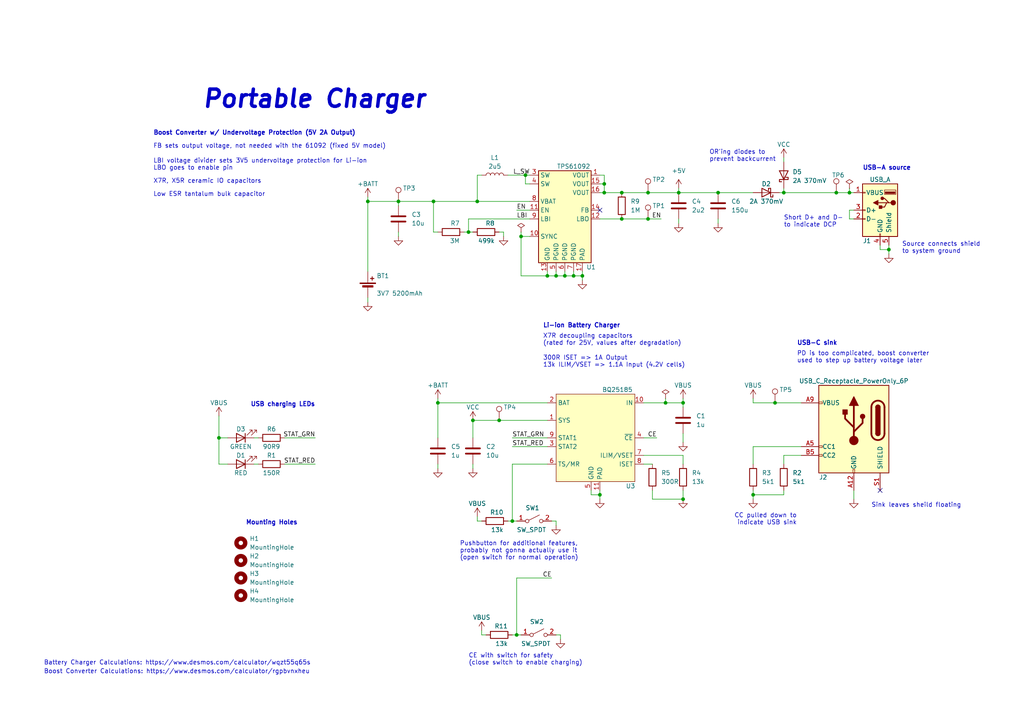
<source format=kicad_sch>
(kicad_sch (version 20230121) (generator eeschema)
  (paper "A4")
  (title_block (title "Portable Charger") (date "2024-03-24") (rev "1.0") (company "Isaac Longo"))
  (lib_symbols
    (symbol "Connector:TestPoint" (pin_numbers hide) (pin_names (offset 0.762) hide)
      (property "Reference" "TP" (at 0 6.858 0))
      (property "Value" "TestPoint" (at 0 5.08 0))
      (symbol "TestPoint_0_1"
        (circle (center 0 3.302) (radius 0.762))
      )
      (symbol "TestPoint_1_1"
        (pin passive line (at 0 0 90) (length 2.54) (name "1") (number "1"))
      )
    )
    (symbol "Connector:USB_A" (pin_names (offset 1.016))
      (property "Reference" "J" (at -5.08 11.43 0))
      (property "Value" "USB_A" (at -5.08 8.89 0))
      (symbol "USB_A_0_1"
        (rectangle (start -5.08 -7.62) (end 5.08 7.62) (stroke (width 0.254)) (fill (type background)))
        (circle (center -3.81 2.159) (radius 0.635) (stroke (width 0.254)) (fill (type outline)))
        (rectangle (start -1.524 4.826) (end -4.318 5.334) (fill (type outline)))
        (rectangle (start -1.27 4.572) (end -4.572 5.842))
        (circle (center -0.635 3.429) (radius 0.381) (stroke (width 0.254)) (fill (type outline)))
        (rectangle (start -0.127 -7.62) (end 0.127 -6.858))
        (polyline (pts (xy -3.175 2.159) (xy -2.54 2.159) (xy -1.27 3.429) (xy -0.635 3.429)) (stroke (width 0.254)))
        (polyline (pts (xy -2.54 2.159) (xy -1.905 2.159) (xy -1.27 0.889) (xy 0 0.889)) (stroke (width 0.254)))
        (polyline (pts (xy 0.635 2.794) (xy 0.635 1.524) (xy 1.905 2.159) (xy 0.635 2.794)) (stroke (width 0.254)) (fill (type outline)))
        (rectangle (start 0.254 1.27) (end -0.508 0.508) (stroke (width 0.254)) (fill (type outline)))
        (rectangle (start 5.08 -2.667) (end 4.318 -2.413))
        (rectangle (start 5.08 -0.127) (end 4.318 0.127))
        (rectangle (start 5.08 4.953) (end 4.318 5.207))
      )
      (symbol "USB_A_1_1"
        (polyline (pts (xy -1.905 2.159) (xy 0.635 2.159)) (stroke (width 0.254)))
        (pin power_in line (at 7.62 5.08 180) (length 2.54) (name "VBUS") (number "1"))
        (pin bidirectional line (at 7.62 -2.54 180) (length 2.54) (name "D-") (number "2"))
        (pin bidirectional line (at 7.62 0 180) (length 2.54) (name "D+") (number "3"))
        (pin power_in line (at 0 -10.16 90) (length 2.54) (name "GND") (number "4"))
        (pin passive line (at -2.54 -10.16 90) (length 2.54) (name "Shield") (number "5"))
      )
    )
    (symbol "Connector:USB_C_Receptacle_PowerOnly_6P" (pin_names (offset 1.016))
      (property "Reference" "J" (at 0 16.51 0))
      (property "Value" "USB_C_Receptacle_PowerOnly_6P" (at 0 13.97 0))
      (symbol "USB_C_Receptacle_PowerOnly_6P_0_0"
        (rectangle (start -0.254 -12.7) (end 0.254 -11.684))
        (rectangle (start 10.16 -7.366) (end 9.144 -7.874))
        (rectangle (start 10.16 -4.826) (end 9.144 -5.334))
        (rectangle (start 10.16 7.874) (end 9.144 7.366))
      )
      (symbol "USB_C_Receptacle_PowerOnly_6P_0_1"
        (rectangle (start -10.16 12.7) (end 10.16 -12.7) (stroke (width 0.254)) (fill (type background)))
        (arc (start -8.89 -1.27) (mid -6.985 -3.1667) (end -5.08 -1.27) (stroke (width 0.508)))
        (arc (start -7.62 -1.27) (mid -6.985 -1.9023) (end -6.35 -1.27) (stroke (width 0.254)))
        (arc (start -7.62 -1.27) (mid -6.985 -1.9023) (end -6.35 -1.27) (stroke (width 0.254)) (fill (type outline)))
        (rectangle (start -7.62 -1.27) (end -6.35 6.35) (stroke (width 0.254)) (fill (type outline)))
        (arc (start -6.35 6.35) (mid -6.985 6.9823) (end -7.62 6.35) (stroke (width 0.254)))
        (arc (start -6.35 6.35) (mid -6.985 6.9823) (end -7.62 6.35) (stroke (width 0.254)) (fill (type outline)))
        (arc (start -5.08 6.35) (mid -6.985 8.2467) (end -8.89 6.35) (stroke (width 0.508)))
        (circle (center -2.54 3.683) (radius 0.635) (stroke (width 0.254)) (fill (type outline)))
        (circle (center 0 -3.302) (radius 1.27) (fill (type outline)))
        (polyline (pts (xy -8.89 -1.27) (xy -8.89 6.35)) (stroke (width 0.508)))
        (polyline (pts (xy -5.08 6.35) (xy -5.08 -1.27)) (stroke (width 0.508)))
        (polyline (pts (xy 0 -3.302) (xy 0 6.858)) (stroke (width 0.508)))
        (polyline (pts (xy 0 -0.762) (xy -2.54 1.778) (xy -2.54 3.048)) (stroke (width 0.508)))
        (polyline (pts (xy 0 0.508) (xy 2.54 3.048) (xy 2.54 4.318)) (stroke (width 0.508)))
        (polyline (pts (xy -1.27 6.858) (xy 0 9.398) (xy 1.27 6.858) (xy -1.27 6.858)) (stroke (width 0.254)) (fill (type outline)))
        (rectangle (start 1.905 4.318) (end 3.175 5.588) (stroke (width 0.254)) (fill (type outline)))
      )
      (symbol "USB_C_Receptacle_PowerOnly_6P_1_1"
        (pin passive line (at 0 -17.78 90) (length 5.08) (name "GND") (number "A12"))
        (pin bidirectional line (at 15.24 -5.08 180) (length 5.08) (name "CC1") (number "A5"))
        (pin passive line (at 15.24 7.62 180) (length 5.08) (name "VBUS") (number "A9"))
        (pin passive line (at 0 -17.78 90) (length 5.08) hide (name "GND") (number "B12"))
        (pin bidirectional line (at 15.24 -7.62 180) (length 5.08) (name "CC2") (number "B5"))
        (pin passive line (at 15.24 7.62 180) (length 5.08) hide (name "VBUS") (number "B9"))
        (pin passive line (at -7.62 -17.78 90) (length 5.08) (name "SHIELD") (number "S1"))
      )
    )
    (symbol "Device:Battery_Cell" (pin_numbers hide) (pin_names (offset 0) hide)
      (property "Reference" "BT" (at 2.54 2.54 0))
      (property "Value" "Battery_Cell" (at 2.54 0 0))
      (symbol "Battery_Cell_0_1"
        (rectangle (start -2.286 1.778) (end 2.286 1.524) (fill (type outline)))
        (rectangle (start -1.524 1.016) (end 1.524 0.508) (fill (type outline)))
        (polyline (pts (xy 0 0.762) (xy 0 0)))
        (polyline (pts (xy 0 1.778) (xy 0 2.54)))
        (polyline (pts (xy 0.762 3.048) (xy 1.778 3.048)) (stroke (width 0.254)))
        (polyline (pts (xy 1.27 3.556) (xy 1.27 2.54)) (stroke (width 0.254)))
      )
      (symbol "Battery_Cell_1_1"
        (pin passive line (at 0 5.08 270) (length 2.54) (name "+") (number "1"))
        (pin passive line (at 0 -2.54 90) (length 2.54) (name "-") (number "2"))
      )
    )
    (symbol "Device:C" (pin_numbers hide) (pin_names (offset 0.254))
      (property "Reference" "C" (at 0.635 2.54 0))
      (property "Value" "C" (at 0.635 -2.54 0))
      (symbol "C_0_1"
        (polyline (pts (xy -2.032 -0.762) (xy 2.032 -0.762)) (stroke (width 0.508)))
        (polyline (pts (xy -2.032 0.762) (xy 2.032 0.762)) (stroke (width 0.508)))
      )
      (symbol "C_1_1"
        (pin passive line (at 0 3.81 270) (length 2.794) (name "~") (number "1"))
        (pin passive line (at 0 -3.81 90) (length 2.794) (name "~") (number "2"))
      )
    )
    (symbol "Device:D_Schottky" (pin_numbers hide) (pin_names (offset 1.016) hide)
      (property "Reference" "D" (at 0 2.54 0))
      (property "Value" "D_Schottky" (at 0 -2.54 0))
      (symbol "D_Schottky_0_1"
        (polyline (pts (xy 1.27 0) (xy -1.27 0)))
        (polyline (pts (xy 1.27 1.27) (xy 1.27 -1.27) (xy -1.27 0) (xy 1.27 1.27)) (stroke (width 0.254)))
        (polyline (pts (xy -1.905 0.635) (xy -1.905 1.27) (xy -1.27 1.27) (xy -1.27 -1.27) (xy -0.635 -1.27) (xy -0.635 -0.635)) (stroke (width 0.254)))
      )
      (symbol "D_Schottky_1_1"
        (pin passive line (at -3.81 0 0) (length 2.54) (name "K") (number "1"))
        (pin passive line (at 3.81 0 180) (length 2.54) (name "A") (number "2"))
      )
    )
    (symbol "Device:L" (pin_numbers hide) (pin_names (offset 1.016) hide)
      (property "Reference" "L" (at -1.27 0 90))
      (property "Value" "L" (at 1.905 0 90))
      (symbol "L_0_1"
        (arc (start 0 -2.54) (mid 0.6323 -1.905) (end 0 -1.27))
        (arc (start 0 -1.27) (mid 0.6323 -0.635) (end 0 0))
        (arc (start 0 0) (mid 0.6323 0.635) (end 0 1.27))
        (arc (start 0 1.27) (mid 0.6323 1.905) (end 0 2.54))
      )
      (symbol "L_1_1"
        (pin passive line (at 0 3.81 270) (length 1.27) (name "1") (number "1"))
        (pin passive line (at 0 -3.81 90) (length 1.27) (name "2") (number "2"))
      )
    )
    (symbol "Device:LED" (pin_numbers hide) (pin_names (offset 1.016) hide)
      (property "Reference" "D" (at 0 2.54 0))
      (property "Value" "LED" (at 0 -2.54 0))
      (symbol "LED_0_1"
        (polyline (pts (xy -1.27 -1.27) (xy -1.27 1.27)) (stroke (width 0.254)))
        (polyline (pts (xy -1.27 0) (xy 1.27 0)))
        (polyline (pts (xy 1.27 -1.27) (xy 1.27 1.27) (xy -1.27 0) (xy 1.27 -1.27)) (stroke (width 0.254)))
        (polyline (pts (xy -3.048 -0.762) (xy -4.572 -2.286) (xy -3.81 -2.286) (xy -4.572 -2.286) (xy -4.572 -1.524)))
        (polyline (pts (xy -1.778 -0.762) (xy -3.302 -2.286) (xy -2.54 -2.286) (xy -3.302 -2.286) (xy -3.302 -1.524)))
      )
      (symbol "LED_1_1"
        (pin passive line (at -3.81 0 0) (length 2.54) (name "K") (number "1"))
        (pin passive line (at 3.81 0 180) (length 2.54) (name "A") (number "2"))
      )
    )
    (symbol "Device:R" (pin_numbers hide) (pin_names (offset 0))
      (property "Reference" "R" (at 2.032 0 90))
      (property "Value" "R" (at 0 0 90))
      (symbol "R_0_1"
        (rectangle (start -1.016 -2.54) (end 1.016 2.54) (stroke (width 0.254)))
      )
      (symbol "R_1_1"
        (pin passive line (at 0 3.81 270) (length 1.27) (name "~") (number "1"))
        (pin passive line (at 0 -3.81 90) (length 1.27) (name "~") (number "2"))
      )
    )
    (symbol "Mechanical:MountingHole" (pin_names (offset 1.016))
      (property "Reference" "H" (at 0 5.08 0))
      (property "Value" "MountingHole" (at 0 3.175 0))
      (symbol "MountingHole_0_1"
        (circle (center 0 0) (radius 1.27) (stroke (width 1.27)))
      )
    )
    (symbol "Regulator_Switching:TPS61092"
      (property "Reference" "U" (at -7.62 15.24 0))
      (property "Value" "TPS61092" (at 1.27 15.24 0))
      (symbol "TPS61092_0_0"
        (pin power_out line (at 10.16 12.7 180) (length 2.54) (name "VOUT") (number "1"))
        (pin input line (at -10.16 -5.08 0) (length 2.54) (name "SYNC") (number "10"))
        (pin input line (at -10.16 2.54 0) (length 2.54) (name "EN") (number "11"))
        (pin open_collector line (at 10.16 0 180) (length 2.54) (name "LBO") (number "12"))
        (pin power_in line (at -5.08 -15.24 90) (length 2.54) (name "GND") (number "13"))
        (pin input line (at 10.16 2.54 180) (length 2.54) (name "FB") (number "14"))
        (pin passive line (at 10.16 10.16 180) (length 2.54) (name "VOUT") (number "15"))
        (pin passive line (at 10.16 7.62 180) (length 2.54) (name "VOUT") (number "16"))
        (pin power_in line (at 5.08 -15.24 90) (length 2.54) (name "PAD") (number "17"))
        (pin no_connect line (at 10.16 -5.08 180) (length 2.54) hide (name "NC") (number "2"))
        (pin passive line (at -10.16 12.7 0) (length 2.54) (name "SW") (number "3"))
        (pin passive line (at -10.16 10.16 0) (length 2.54) (name "SW") (number "4"))
        (pin power_in line (at -2.54 -15.24 90) (length 2.54) (name "PGND") (number "5"))
        (pin power_in line (at 0 -15.24 90) (length 2.54) (name "PGND") (number "6"))
        (pin power_in line (at 2.54 -15.24 90) (length 2.54) (name "PGND") (number "7"))
        (pin power_in line (at -10.16 5.08 0) (length 2.54) (name "VBAT") (number "8"))
        (pin input line (at -10.16 0 0) (length 2.54) (name "LBI") (number "9"))
      )
      (symbol "TPS61092_0_1"
        (rectangle (start -7.62 13.97) (end 7.62 -12.7) (stroke (width 0.254)) (fill (type background)))
      )
    )
    (symbol "Switch:SW_SPST" (pin_names (offset 0) hide)
      (property "Reference" "SW" (at 0 3.175 0))
      (property "Value" "SW_SPST" (at 0 -2.54 0))
      (symbol "SW_SPST_0_0"
        (circle (center -2.032 0) (radius 0.508))
        (polyline (pts (xy -1.524 0.254) (xy 1.524 1.778)))
        (circle (center 2.032 0) (radius 0.508))
      )
      (symbol "SW_SPST_1_1"
        (pin passive line (at -5.08 0 0) (length 2.54) (name "A") (number "1"))
        (pin passive line (at 5.08 0 180) (length 2.54) (name "B") (number "2"))
      )
    )
    (symbol "based_lib:BQ25185"
      (property "Reference" "U" (at 0 2.54 0))
      (property "Value" "BQ25185" (at 0 0 0))
      (symbol "BQ25185_1_1"
        (rectangle (start -11.43 -2.54) (end 11.43 -27.94) (fill (type background)))
        (pin power_out line (at -13.97 -10.16 0) (length 2.54) (name "SYS") (number "1"))
        (pin power_in line (at 13.97 -5.08 180) (length 2.54) (name "IN") (number "10"))
        (pin power_in line (at 1.27 -30.48 90) (length 2.54) (name "PAD") (number "11"))
        (pin power_out line (at -13.97 -5.08 0) (length 2.54) (name "BAT") (number "2"))
        (pin open_collector line (at -13.97 -17.78 0) (length 2.54) (name "STAT2") (number "3"))
        (pin input line (at 13.97 -15.24 180) (length 2.54) (name "~{CE}") (number "4"))
        (pin power_in line (at -1.27 -30.48 90) (length 2.54) (name "GND") (number "5"))
        (pin passive line (at -13.97 -22.86 0) (length 2.54) (name "TS/MR") (number "6"))
        (pin passive line (at 13.97 -20.32 180) (length 2.54) (name "ILIM/VSET") (number "7"))
        (pin passive line (at 13.97 -22.86 180) (length 2.54) (name "ISET") (number "8"))
        (pin open_collector line (at -13.97 -15.24 0) (length 2.54) (name "STAT1") (number "9"))
      )
    )
    (symbol "power:+5V" (power) (pin_names (offset 0))
      (property "Value" "+5V" (at 0 3.556 0))
      (symbol "+5V_0_1"
        (polyline (pts (xy -0.762 1.27) (xy 0 2.54)))
        (polyline (pts (xy 0 0) (xy 0 2.54)))
        (polyline (pts (xy 0 2.54) (xy 0.762 1.27)))
      )
      (symbol "+5V_1_1"
        (pin power_in line (at 0 0 90) (length 0) hide (name "+5V") (number "1"))
      )
    )
    (symbol "power:+BATT" (power) (pin_names (offset 0))
      (property "Value" "+BATT" (at 0 3.556 0))
      (symbol "+BATT_0_1"
        (polyline (pts (xy -0.762 1.27) (xy 0 2.54)))
        (polyline (pts (xy 0 0) (xy 0 2.54)))
        (polyline (pts (xy 0 2.54) (xy 0.762 1.27)))
      )
      (symbol "+BATT_1_1"
        (pin power_in line (at 0 0 90) (length 0) hide (name "+BATT") (number "1"))
      )
    )
    (symbol "power:GND" (power) (pin_names (offset 0))
      (property "Value" "GND" (at 0 -3.81 0))
      (symbol "GND_0_1"
        (polyline (pts (xy 0 0) (xy 0 -1.27) (xy 1.27 -1.27) (xy 0 -2.54) (xy -1.27 -1.27) (xy 0 -1.27)))
      )
      (symbol "GND_1_1"
        (pin power_in line (at 0 0 270) (length 0) hide (name "GND") (number "1"))
      )
    )
    (symbol "power:PWR_FLAG" (power) (pin_numbers hide) (pin_names (offset 0) hide)
      (property "Value" "PWR_FLAG" (at 0 3.81 0))
      (symbol "PWR_FLAG_0_0"
        (pin power_out line (at 0 0 90) (length 0) (name "pwr") (number "1"))
      )
      (symbol "PWR_FLAG_0_1"
        (polyline (pts (xy 0 0) (xy 0 1.27) (xy -1.016 1.905) (xy 0 2.54) (xy 1.016 1.905) (xy 0 1.27)))
      )
    )
    (symbol "power:VBUS" (power) (pin_names (offset 0))
      (property "Value" "VBUS" (at 0 3.81 0))
      (symbol "VBUS_0_1"
        (polyline (pts (xy -0.762 1.27) (xy 0 2.54)))
        (polyline (pts (xy 0 0) (xy 0 2.54)))
        (polyline (pts (xy 0 2.54) (xy 0.762 1.27)))
      )
      (symbol "VBUS_1_1"
        (pin power_in line (at 0 0 90) (length 0) hide (name "VBUS") (number "1"))
      )
    )
    (symbol "power:VCC" (power) (pin_names (offset 0))
      (property "Value" "VCC" (at 0 3.81 0))
      (symbol "VCC_0_1"
        (polyline (pts (xy -0.762 1.27) (xy 0 2.54)))
        (polyline (pts (xy 0 0) (xy 0 2.54)))
        (polyline (pts (xy 0 2.54) (xy 0.762 1.27)))
      )
      (symbol "VCC_1_1"
        (pin power_in line (at 0 0 90) (length 0) hide (name "VCC") (number "1"))
      )
    )
  )
  (junction (at 180.34 55.88))
  (junction (at 106.68 58.42))
  (junction (at 158.75 80.01))
  (junction (at 166.37 80.01))
  (junction (at 138.43 58.42))
  (junction (at 149.86 184.15))
  (junction (at 163.83 80.01))
  (junction (at 187.96 55.88))
  (junction (at 242.57 55.88))
  (junction (at 151.13 68.58))
  (junction (at 161.29 80.01))
  (junction (at 198.12 116.84))
  (junction (at 148.59 151.13))
  (junction (at 152.4 50.8))
  (junction (at 63.5 127))
  (junction (at 193.04 116.84))
  (junction (at 127 116.84))
  (junction (at 257.81 72.39))
  (junction (at 125.73 58.42))
  (junction (at 115.57 58.42))
  (junction (at 144.78 121.92))
  (junction (at 224.79 116.84))
  (junction (at 180.34 63.5))
  (junction (at 175.26 55.88))
  (junction (at 208.28 55.88))
  (junction (at 218.44 143.51))
  (junction (at 175.26 53.34))
  (junction (at 246.38 55.88))
  (junction (at 137.16 121.92))
  (junction (at 168.91 80.01))
  (junction (at 187.96 63.5))
  (junction (at 173.99 143.51))
  (junction (at 135.89 67.31))
  (junction (at 196.85 55.88))
  (junction (at 198.12 144.78))
  (junction (at 227.33 55.88))
  (no_connect (at 173.99 60.96))
  (no_connect (at 255.27 142.24))
  (wire (pts (xy 138.43 151.13) (xy 138.43 149.86)))
  (wire (pts (xy 146.05 67.31) (xy 146.05 68.58)))
  (wire (pts (xy 173.99 55.88) (xy 175.26 55.88)))
  (wire (pts (xy 198.12 115.57) (xy 198.12 116.84)))
  (wire (pts (xy 193.04 115.57) (xy 193.04 116.84)))
  (wire (pts (xy 127 116.84) (xy 127 127)))
  (wire (pts (xy 127 134.62) (xy 127 135.89)))
  (wire (pts (xy 189.23 144.78) (xy 198.12 144.78)))
  (wire (pts (xy 196.85 55.88) (xy 208.28 55.88)))
  (wire (pts (xy 139.7 50.8) (xy 138.43 50.8)))
  (wire (pts (xy 144.78 121.92) (xy 158.75 121.92)))
  (wire (pts (xy 168.91 80.01) (xy 168.91 81.28)))
  (wire (pts (xy 218.44 142.24) (xy 218.44 143.51)))
  (wire (pts (xy 171.45 142.24) (xy 171.45 143.51)))
  (wire (pts (xy 138.43 58.42) (xy 153.67 58.42)))
  (wire (pts (xy 247.65 142.24) (xy 247.65 144.78)))
  (wire (pts (xy 208.28 55.88) (xy 218.44 55.88)))
  (wire (pts (xy 115.57 59.69) (xy 115.57 58.42)))
  (wire (pts (xy 162.56 185.42) (xy 162.56 184.15)))
  (wire (pts (xy 135.89 67.31) (xy 137.16 67.31)))
  (wire (pts (xy 106.68 58.42) (xy 106.68 78.74)))
  (wire (pts (xy 138.43 50.8) (xy 138.43 58.42)))
  (wire (pts (xy 196.85 54.61) (xy 196.85 55.88)))
  (wire (pts (xy 161.29 152.4) (xy 161.29 151.13)))
  (wire (pts (xy 227.33 54.61) (xy 227.33 55.88)))
  (wire (pts (xy 125.73 58.42) (xy 138.43 58.42)))
  (wire (pts (xy 180.34 63.5) (xy 187.96 63.5)))
  (wire (pts (xy 232.41 132.08) (xy 227.33 132.08)))
  (wire (pts (xy 66.04 134.62) (xy 63.5 134.62)))
  (wire (pts (xy 138.43 151.13) (xy 139.7 151.13)))
  (wire (pts (xy 218.44 116.84) (xy 224.79 116.84)))
  (wire (pts (xy 208.28 63.5) (xy 208.28 64.77)))
  (wire (pts (xy 232.41 129.54) (xy 218.44 129.54)))
  (wire (pts (xy 160.02 167.64) (xy 149.86 167.64)))
  (wire (pts (xy 175.26 50.8) (xy 175.26 53.34)))
  (wire (pts (xy 162.56 184.15) (xy 161.29 184.15)))
  (wire (pts (xy 168.91 78.74) (xy 168.91 80.01)))
  (wire (pts (xy 189.23 142.24) (xy 189.23 144.78)))
  (wire (pts (xy 163.83 80.01) (xy 166.37 80.01)))
  (wire (pts (xy 115.57 58.42) (xy 125.73 58.42)))
  (wire (pts (xy 106.68 86.36) (xy 106.68 87.63)))
  (wire (pts (xy 227.33 45.72) (xy 227.33 46.99)))
  (wire (pts (xy 147.32 151.13) (xy 148.59 151.13)))
  (wire (pts (xy 137.16 121.92) (xy 137.16 127)))
  (wire (pts (xy 139.7 184.15) (xy 140.97 184.15)))
  (wire (pts (xy 152.4 50.8) (xy 152.4 53.34)))
  (wire (pts (xy 151.13 68.58) (xy 151.13 80.01)))
  (wire (pts (xy 151.13 67.31) (xy 151.13 68.58)))
  (wire (pts (xy 151.13 184.15) (xy 149.86 184.15)))
  (wire (pts (xy 151.13 80.01) (xy 158.75 80.01)))
  (wire (pts (xy 218.44 129.54) (xy 218.44 134.62)))
  (wire (pts (xy 74.93 127) (xy 73.66 127)))
  (wire (pts (xy 153.67 50.8) (xy 152.4 50.8)))
  (wire (pts (xy 161.29 80.01) (xy 163.83 80.01)))
  (wire (pts (xy 166.37 80.01) (xy 168.91 80.01)))
  (wire (pts (xy 218.44 143.51) (xy 227.33 143.51)))
  (wire (pts (xy 158.75 80.01) (xy 161.29 80.01)))
  (wire (pts (xy 135.89 63.5) (xy 153.67 63.5)))
  (wire (pts (xy 163.83 78.74) (xy 163.83 80.01)))
  (wire (pts (xy 127 67.31) (xy 125.73 67.31)))
  (wire (pts (xy 187.96 55.88) (xy 196.85 55.88)))
  (wire (pts (xy 152.4 53.34) (xy 153.67 53.34)))
  (wire (pts (xy 186.69 127) (xy 190.5 127)))
  (wire (pts (xy 149.86 167.64) (xy 149.86 184.15)))
  (wire (pts (xy 257.81 71.12) (xy 257.81 72.39)))
  (wire (pts (xy 148.59 129.54) (xy 158.75 129.54)))
  (wire (pts (xy 125.73 58.42) (xy 125.73 67.31)))
  (wire (pts (xy 218.44 115.57) (xy 218.44 116.84)))
  (wire (pts (xy 173.99 63.5) (xy 180.34 63.5)))
  (wire (pts (xy 193.04 116.84) (xy 198.12 116.84)))
  (wire (pts (xy 257.81 73.66) (xy 257.81 72.39)))
  (wire (pts (xy 180.34 55.88) (xy 187.96 55.88)))
  (wire (pts (xy 246.38 55.88) (xy 247.65 55.88)))
  (wire (pts (xy 137.16 121.92) (xy 144.78 121.92)))
  (wire (pts (xy 161.29 151.13) (xy 160.02 151.13)))
  (wire (pts (xy 198.12 142.24) (xy 198.12 144.78)))
  (wire (pts (xy 148.59 127) (xy 158.75 127)))
  (wire (pts (xy 173.99 143.51) (xy 173.99 144.78)))
  (wire (pts (xy 246.38 60.96) (xy 246.38 63.5)))
  (wire (pts (xy 173.99 142.24) (xy 173.99 143.51)))
  (wire (pts (xy 246.38 54.61) (xy 246.38 55.88)))
  (wire (pts (xy 218.44 143.51) (xy 218.44 144.78)))
  (wire (pts (xy 187.96 63.5) (xy 191.77 63.5)))
  (wire (pts (xy 149.86 151.13) (xy 148.59 151.13)))
  (wire (pts (xy 175.26 55.88) (xy 180.34 55.88)))
  (wire (pts (xy 74.93 134.62) (xy 73.66 134.62)))
  (wire (pts (xy 106.68 57.15) (xy 106.68 58.42)))
  (wire (pts (xy 106.68 58.42) (xy 115.57 58.42)))
  (wire (pts (xy 246.38 63.5) (xy 247.65 63.5)))
  (wire (pts (xy 63.5 127) (xy 63.5 134.62)))
  (wire (pts (xy 227.33 55.88) (xy 242.57 55.88)))
  (wire (pts (xy 227.33 132.08) (xy 227.33 134.62)))
  (wire (pts (xy 151.13 68.58) (xy 153.67 68.58)))
  (wire (pts (xy 186.69 134.62) (xy 189.23 134.62)))
  (wire (pts (xy 135.89 67.31) (xy 135.89 63.5)))
  (wire (pts (xy 166.37 78.74) (xy 166.37 80.01)))
  (wire (pts (xy 186.69 132.08) (xy 198.12 132.08)))
  (wire (pts (xy 255.27 71.12) (xy 255.27 72.39)))
  (wire (pts (xy 171.45 143.51) (xy 173.99 143.51)))
  (wire (pts (xy 63.5 120.65) (xy 63.5 127)))
  (wire (pts (xy 158.75 116.84) (xy 127 116.84)))
  (wire (pts (xy 198.12 132.08) (xy 198.12 134.62)))
  (wire (pts (xy 139.7 184.15) (xy 139.7 182.88)))
  (wire (pts (xy 255.27 72.39) (xy 257.81 72.39)))
  (wire (pts (xy 149.86 60.96) (xy 153.67 60.96)))
  (wire (pts (xy 134.62 67.31) (xy 135.89 67.31)))
  (wire (pts (xy 227.33 142.24) (xy 227.33 143.51)))
  (wire (pts (xy 186.69 116.84) (xy 193.04 116.84)))
  (wire (pts (xy 242.57 55.88) (xy 246.38 55.88)))
  (wire (pts (xy 147.32 50.8) (xy 152.4 50.8)))
  (wire (pts (xy 144.78 67.31) (xy 146.05 67.31)))
  (wire (pts (xy 127 115.57) (xy 127 116.84)))
  (wire (pts (xy 198.12 125.73) (xy 198.12 128.27)))
  (wire (pts (xy 148.59 134.62) (xy 148.59 151.13)))
  (wire (pts (xy 161.29 78.74) (xy 161.29 80.01)))
  (wire (pts (xy 82.55 134.62) (xy 91.44 134.62)))
  (wire (pts (xy 198.12 116.84) (xy 198.12 118.11)))
  (wire (pts (xy 148.59 184.15) (xy 149.86 184.15)))
  (wire (pts (xy 66.04 127) (xy 63.5 127)))
  (wire (pts (xy 226.06 55.88) (xy 227.33 55.88)))
  (wire (pts (xy 173.99 53.34) (xy 175.26 53.34)))
  (wire (pts (xy 224.79 116.84) (xy 232.41 116.84)))
  (wire (pts (xy 196.85 63.5) (xy 196.85 64.77)))
  (wire (pts (xy 175.26 53.34) (xy 175.26 55.88)))
  (wire (pts (xy 247.65 60.96) (xy 246.38 60.96)))
  (wire (pts (xy 115.57 67.31) (xy 115.57 68.58)))
  (wire (pts (xy 158.75 78.74) (xy 158.75 80.01)))
  (wire (pts (xy 82.55 127) (xy 91.44 127)))
  (wire (pts (xy 158.75 134.62) (xy 148.59 134.62)))
  (wire (pts (xy 173.99 50.8) (xy 175.26 50.8)))
  (wire (pts (xy 137.16 134.62) (xy 137.16 135.89)))
  (text "USB-C sink" (at 231.14 100.33 0) (effects (font (size 1.27 1.27) bold) (justify left bottom)))
  (text "Li-ion Battery Charger" (at 157.48 95.25 0) (effects (font (size 1.27 1.27) bold) (justify left bottom)))
  (text "CC pulled down to\nindicate USB sink" (at 231.14 152.4 0) (effects (font (size 1.27 1.27)) (justify right bottom)))
  (text "Low ESR tantalum bulk capacitor" (at 44.45 57.15 0) (effects (font (size 1.27 1.27)) (justify left bottom)))
  (text "USB charging LEDs" (at 91.44 118.11 0) (effects (font (size 1.27 1.27) bold) (justify right bottom)))
  (text "Short D+ and D-\nto indicate DCP" (at 227.33 66.04 0) (effects (font (size 1.27 1.27)) (justify left bottom)))
  (text "Boost Converter Calculations: https://www.desmos.com/calculator/rgpbvnxheu" (at 12.7 195.58 0) (effects (font (size 1.27 1.27)) (justify left bottom)))
  (text "Source connects shield\nto system ground" (at 261.62 73.66 0) (effects (font (size 1.27 1.27)) (justify left bottom)))
  (text "USB-A source" (at 250.19 49.53 0) (effects (font (size 1.27 1.27) bold) (justify left bottom)))
  (text "X7R, X5R ceramic IO capacitors" (at 44.45 53.34 0) (effects (font (size 1.27 1.27)) (justify left bottom)))
  (text "Pushbutton for additional features,\nprobably not gonna actually use it\n(open switch for normal operation)" (at 133.35 162.56 0) (effects (font (size 1.27 1.27)) (justify left bottom)))
  (text "Mounting Holes" (at 86.36 152.4 0) (effects (font (size 1.27 1.27) bold) (justify right bottom)))
  (text "Battery Charger Calculations: https://www.desmos.com/calculator/wqzt55q65s" (at 12.7 193.04 0) (effects (font (size 1.27 1.27)) (justify left bottom)))
  (text "Sink leaves sheild floating" (at 252.73 147.32 0) (effects (font (size 1.27 1.27)) (justify left bottom)))
  (text "X7R decoupling capacitors\n(rated for 25V, values after degradation)" (at 157.48 100.33 0) (effects (font (size 1.27 1.27)) (justify left bottom)))
  (text "300R ISET => 1A Output\n13k ILIM/VSET => 1.1A Input (4.2V cells)" (at 157.48 106.68 0) (effects (font (size 1.27 1.27)) (justify left bottom)))
  (text "CE with switch for safety\n(close switch to enable charging)" (at 135.89 193.04 0) (effects (font (size 1.27 1.27)) (justify left bottom)))
  (text "FB sets output voltage, not needed with the 61092 (fixed 5V model)" (at 44.45 43.18 0) (effects (font (size 1.27 1.27)) (justify left bottom)))
  (text "Portable Charger" (at 58.42 31.75 0) (effects (font (size 5 5) bold italic) (justify left bottom)))
  (text "OR'ing diodes to\nprevent backcurrent" (at 205.74 46.99 0) (effects (font (size 1.27 1.27)) (justify left bottom)))
  (text "LBI voltage divider sets 3V5 undervoltage protection for Li-ion\nLBO goes to enable pin" (at 44.45 49.53 0) (effects (font (size 1.27 1.27)) (justify left bottom)))
  (text "PD is too complicated, boost converter\nused to step up battery voltage later" (at 231.14 105.41 0) (effects (font (size 1.27 1.27)) (justify left bottom)))
  (text "Boost Converter w/ Undervoltage Protection (5V 2A Output)" (at 44.45 39.37 0) (effects (font (size 1.27 1.27) bold) (justify left bottom)))
  (label "CE" (at 160.02 167.64 180))
  (label "CE" (at 190.5 127 180))
  (label "STAT_GRN" (at 91.44 127 180))
  (label "L_SW" (at 153.67 50.8 180))
  (label "EN" (at 191.77 63.5 180))
  (label "EN" (at 149.86 60.96 0))
  (label "STAT_RED" (at 91.44 134.62 180))
  (label "STAT_RED" (at 148.59 129.54 0))
  (label "STAT_GRN" (at 148.59 127 0))
  (label "LBI" (at 149.86 63.5 0))
  (symbol (lib_id "Mechanical:MountingHole") (at 69.85 167.64 0) (unit 1)
    (property "Reference" "H3" (at 72.39 166.37 0) (effects (justify left)))
    (property "Value" "MountingHole" (at 72.39 168.91 0) (effects (justify left)))
    (property "Footprint" "MountingHole:MountingHole_2.2mm_M2_Pad_Via" (effects hide))
  )
  (symbol (lib_id "power:PWR_FLAG") (at 246.38 54.61 0) (unit 1)
    (property "Reference" "#FLG01" (effects hide))
    (property "Value" "PWR_FLAG" (effects hide))
  )
  (symbol (lib_id "power:+BATT") (at 106.68 57.15 0) (unit 1)
    (property "Reference" "#PWR016" (effects hide))
    (property "Value" "+BATT" (at 106.68 53.34 0))
  )
  (symbol (lib_id "Switch:SW_SPST") (at 156.21 184.15 0) (unit 1)
    (property "Reference" "SW2" (at 153.67 180.34 0) (effects (justify left)))
    (property "Value" "SW_SPDT" (at 151.13 186.69 0) (effects (justify left)))
    (property "Footprint" "Button_Switch_THT:SW_CuK_OS102011MA1QN1_SPDT_Angled" (effects hide))
    (property "Link" "https://www.digikey.com/en/products/detail/c&k/OS102011MA1QN1/1981430?utm_adgroup=&utm_source=google&utm_medium=cpc&utm_campaign=PMax%20Shopping_Product_Low%20ROAS%20Categories&utm_term=&utm_content=&utm_id=go_cmp-20243063506_adg-_ad-__dev-c_ext-_prd-1981430_sig-Cj0KCQjw-5y1BhC-ARIsAAM_oKlahei5by5cNalfIePfQF_OpVOPqXBQPF-DiS3hEKj_nWVSuWUQ1w8aAn59EALw_wcB&gad_source=1&gclid=Cj0KCQjw-5y1BhC-ARIsAAM_oKlahei5by5cNalfIePfQF_OpVOPqXBQPF-DiS3hEKj_nWVSuWUQ1w8aAn59EALw_wcB" (effects hide))
  )
  (symbol (lib_id "Device:Battery_Cell") (at 106.68 83.82 0) (unit 1)
    (property "Reference" "BT1" (at 109.22 80.01 0) (effects (justify left)))
    (property "Value" "3V7 5200mAh" (at 109.22 85.09 0) (effects (justify left)))
    (property "Footprint" "Connector_PinHeader_2.54mm:PinHeader_1x02_P2.54mm_Vertical" (effects hide))
    (property "Link" "https://www.digikey.com/en/products/detail/dantona-industries/L37A52-2-1-2W/16539006" (effects hide))
  )
  (symbol (lib_id "power:+5V") (at 196.85 54.61 0) (unit 1)
    (property "Reference" "#PWR023" (effects hide))
    (property "Value" "+5V" (at 196.85 49.53 0))
  )
  (symbol (lib_id "power:GND") (at 247.65 144.78 0) (mirror y) (unit 1)
    (property "Reference" "#PWR05" (effects hide))
    (property "Value" "GND" (effects hide))
  )
  (symbol (lib_id "Device:R") (at 189.23 138.43 0) (unit 1)
    (property "Reference" "R5" (at 191.77 137.16 0) (effects (justify left)))
    (property "Value" "300R" (at 191.77 139.7 0) (effects (justify left)))
    (property "Footprint" "Resistor_SMD:R_0805_2012Metric" (effects hide))
    (property "Link" "https://www.digikey.com/en/products/detail/yageo/RC0805JR-07300RL/728307" (effects hide))
  )
  (symbol (lib_id "power:GND") (at 115.57 68.58 0) (mirror y) (unit 1)
    (property "Reference" "#PWR013" (effects hide))
    (property "Value" "GND" (effects hide))
  )
  (symbol (lib_id "power:VCC") (at 137.16 121.92 0) (unit 1)
    (property "Reference" "#PWR026" (effects hide))
    (property "Value" "VCC" (at 137.16 118.11 0))
  )
  (symbol (lib_id "Device:D_Schottky") (at 227.33 50.8 90) (unit 1)
    (property "Reference" "D5" (at 229.87 49.8475 90) (effects (justify right)))
    (property "Value" "2A 370mV" (at 229.87 52.3875 90) (effects (justify right)))
    (property "Footprint" "Diode_SMD:D_SOD-128" (effects hide))
    (property "Link" "https://www.digikey.com/en/products/detail/rohm-semiconductor/RBS2LAM40CTR/10414037" (effects hide))
  )
  (symbol (lib_id "Device:C") (at 208.28 59.69 0) (unit 1)
    (property "Reference" "C6" (at 212.09 58.42 0) (effects (justify left)))
    (property "Value" "150u" (at 212.09 60.96 0) (effects (justify left)))
    (property "Footprint" "Capacitor_Tantalum_SMD:CP_EIA-7361-38_AVX-V" (effects hide))
    (property "Link" "https://www.digikey.com/en/products/detail/kyocera-avx/TPSB107K006R0250/809530" (effects hide))
  )
  (symbol (lib_id "Device:C") (at 127 130.81 0) (unit 1)
    (property "Reference" "C5" (at 130.81 129.54 0) (effects (justify left)))
    (property "Value" "1u" (at 130.81 132.08 0) (effects (justify left)))
    (property "Footprint" "Capacitor_SMD:C_0805_2012Metric" (effects hide))
    (property "Link" "https://www.digikey.com/en/products/detail/yageo/CC0805JKX7R8BB105/16797938" (effects hide))
  )
  (symbol (lib_id "power:VCC") (at 227.33 45.72 0) (unit 1)
    (property "Reference" "#PWR020" (effects hide))
    (property "Value" "VCC" (at 227.33 41.91 0))
  )
  (symbol (lib_id "power:GND") (at 173.99 144.78 0) (unit 1)
    (property "Reference" "#PWR09" (effects hide))
    (property "Value" "GND" (effects hide))
  )
  (symbol (lib_id "Device:L") (at 143.51 50.8 90) (unit 1)
    (property "Reference" "L1" (at 143.51 45.72 90))
    (property "Value" "2u5" (at 143.51 48.26 90))
    (property "Footprint" "Inductor_SMD:L_Wuerth_WE-PD-Typ-LS" (effects hide))
    (property "Link" "https://www.digikey.com/en/products/detail/w%C3%BCrth-elektronik/7447715002/2175602" (effects hide))
  )
  (symbol (lib_id "Connector:TestPoint") (at 224.79 116.84 0) (unit 1)
    (property "Reference" "TP5" (at 226.06 113.03 0) (effects (justify left)))
    (property "Value" "USB_C" (effects hide))
    (property "Footprint" "TestPoint:TestPoint_Pad_D1.0mm" (effects hide))
  )
  (symbol (lib_id "Device:R") (at 180.34 59.69 0) (unit 1)
    (property "Reference" "R9" (at 182.88 58.42 0) (effects (justify left)))
    (property "Value" "1M" (at 182.88 60.96 0) (effects (justify left)))
    (property "Footprint" "Resistor_SMD:R_0805_2012Metric" (effects hide))
    (property "Link" "https://www.digikey.com/en/products/detail/yageo/RC0805FR-071ML/727445" (effects hide))
  )
  (symbol (lib_id "Connector:USB_C_Receptacle_PowerOnly_6P") (at 247.65 124.46 0) (mirror y) (unit 1)
    (property "Reference" "J2" (at 238.76 138.43 0))
    (property "Value" "USB_C_Receptacle_PowerOnly_6P" (at 247.65 110.49 0))
    (property "Footprint" "Connector_USB:USB_C_Receptacle_GCT_USB4125-xx-x_6P_TopMnt_Horizontal" (effects hide))
    (property "Datasheet" "https://www.usb.org/sites/default/files/documents/usb_type-c.zip" (effects hide))
    (property "Link" "https://www.digikey.com/en/products/detail/gct/USB4125-GF-A/13547388" (effects hide))
  )
  (symbol (lib_id "power:GND") (at 168.91 81.28 0) (mirror y) (unit 1)
    (property "Reference" "#PWR02" (effects hide))
    (property "Value" "GND" (effects hide))
  )
  (symbol (lib_id "power:GND") (at 162.56 185.42 0) (unit 1)
    (property "Reference" "#PWR027" (effects hide))
    (property "Value" "GND" (effects hide))
  )
  (symbol (lib_id "Connector:TestPoint") (at 187.96 63.5 0) (unit 1)
    (property "Reference" "TP1" (at 189.23 59.69 0) (effects (justify left)))
    (property "Value" "En" (effects hide))
    (property "Footprint" "TestPoint:TestPoint_Pad_D1.0mm" (effects hide))
  )
  (symbol (lib_id "power:GND") (at 106.68 87.63 0) (unit 1)
    (property "Reference" "#PWR04" (effects hide))
    (property "Value" "GND" (effects hide))
  )
  (symbol (lib_id "power:GND") (at 208.28 64.77 0) (mirror y) (unit 1)
    (property "Reference" "#PWR015" (effects hide))
    (property "Value" "GND" (effects hide))
  )
  (symbol (lib_id "power:GND") (at 198.12 128.27 0) (unit 1)
    (property "Reference" "#PWR017" (effects hide))
    (property "Value" "GND" (effects hide))
  )
  (symbol (lib_id "power:PWR_FLAG") (at 193.04 115.57 0) (unit 1)
    (property "Reference" "#FLG02" (effects hide))
    (property "Value" "PWR_FLAG" (effects hide))
  )
  (symbol (lib_id "Device:R") (at 198.12 138.43 180) (unit 1)
    (property "Reference" "R4" (at 200.66 137.16 0) (effects (justify right)))
    (property "Value" "13k" (at 200.66 139.7 0) (effects (justify right)))
    (property "Footprint" "Resistor_SMD:R_0805_2012Metric" (effects hide))
    (property "Link" "https://www.digikey.com/en/products/detail/yageo/RT0805FRE0713KL/1078953" (effects hide))
  )
  (symbol (lib_id "Regulator_Switching:TPS61092") (at 163.83 63.5 0) (unit 1)
    (property "Reference" "U1" (at 171.45 77.47 0))
    (property "Value" "TPS61092" (at 166.37 48.26 0))
    (property "Footprint" "Package_DFN_QFN:Texas_S-PVQFN-N16_EP2.7x2.7mm_ThermalVias" (effects hide))
    (property "Datasheet" "http://www.ti.com/lit/ds/symlink/tps61090.pdf" (effects hide))
    (property "Link" "https://www.digikey.com/en/products/detail/texas-instruments/TPS61092RSAR/566515" (effects hide))
  )
  (symbol (lib_id "power:VBUS") (at 63.5 120.65 0) (unit 1)
    (property "Reference" "#PWR08" (effects hide))
    (property "Value" "VBUS" (at 63.5 116.84 0))
  )
  (symbol (lib_id "Device:R") (at 140.97 67.31 90) (unit 1)
    (property "Reference" "R8" (at 143.51 64.77 90) (effects (justify left)))
    (property "Value" "499k" (at 143.51 69.85 90) (effects (justify left)))
    (property "Footprint" "Resistor_SMD:R_0805_2012Metric" (effects hide))
    (property "Link" "https://www.digikey.com/en/products/detail/yageo/RC0805FR-07499KL/727987" (effects hide))
  )
  (symbol (lib_id "Mechanical:MountingHole") (at 69.85 162.56 0) (unit 1)
    (property "Reference" "H2" (at 72.39 161.29 0) (effects (justify left)))
    (property "Value" "MountingHole" (at 72.39 163.83 0) (effects (justify left)))
    (property "Footprint" "MountingHole:MountingHole_2.2mm_M2_Pad_Via" (effects hide))
  )
  (symbol (lib_id "Device:C") (at 115.57 63.5 0) (unit 1)
    (property "Reference" "C3" (at 119.38 62.23 0) (effects (justify left)))
    (property "Value" "10u" (at 119.38 64.77 0) (effects (justify left)))
    (property "Footprint" "Capacitor_SMD:C_0805_2012Metric" (effects hide))
    (property "Link" "https://www.digikey.com/en/products/detail/cal-chip-electronics-inc/GMC21X7R106K25NT/22639515" (effects hide))
  )
  (symbol (lib_id "Device:R") (at 78.74 127 90) (mirror x) (unit 1)
    (property "Reference" "R6" (at 78.74 124.46 90))
    (property "Value" "90R9" (at 78.74 129.54 90))
    (property "Footprint" "Resistor_SMD:R_0805_2012Metric" (effects hide))
    (property "Link" "https://www.digikey.com/en/products/detail/yageo/RC0805FR-0790R9L/728197" (effects hide))
  )
  (symbol (lib_id "power:GND") (at 218.44 144.78 0) (mirror y) (unit 1)
    (property "Reference" "#PWR06" (effects hide))
    (property "Value" "GND" (effects hide))
  )
  (symbol (lib_id "Device:LED") (at 69.85 134.62 180) (unit 1)
    (property "Reference" "D1" (at 69.85 132.08 0))
    (property "Value" "RED" (at 69.85 137.16 0))
    (property "Footprint" "LED_SMD:LED_0603_1608Metric" (effects hide))
    (property "Link" "https://www.digikey.com/en/products/detail/w%C3%BCrth-elektronik/150060RS75000/4489901" (effects hide))
  )
  (symbol (lib_id "power:VBUS") (at 139.7 182.88 0) (unit 1)
    (property "Reference" "#PWR012" (effects hide))
    (property "Value" "VBUS" (at 139.7 179.07 0))
  )
  (symbol (lib_id "Device:R") (at 144.78 184.15 270) (unit 1)
    (property "Reference" "R11" (at 147.32 181.61 90) (effects (justify right)))
    (property "Value" "13k" (at 147.32 186.69 90) (effects (justify right)))
    (property "Footprint" "Resistor_SMD:R_0805_2012Metric" (effects hide))
    (property "Link" "https://www.digikey.com/en/products/detail/yageo/RT0805FRE0713KL/1078953" (effects hide))
  )
  (symbol (lib_id "power:GND") (at 146.05 68.58 0) (mirror y) (unit 1)
    (property "Reference" "#PWR01" (effects hide))
    (property "Value" "GND" (effects hide))
  )
  (symbol (lib_id "power:VBUS") (at 218.44 115.57 0) (unit 1)
    (property "Reference" "#PWR025" (effects hide))
    (property "Value" "VBUS" (at 218.44 111.76 0))
  )
  (symbol (lib_id "power:GND") (at 257.81 73.66 0) (mirror y) (unit 1)
    (property "Reference" "#PWR03" (effects hide))
    (property "Value" "GND" (effects hide))
  )
  (symbol (lib_id "Connector:TestPoint") (at 242.57 55.88 0) (unit 1)
    (property "Reference" "TP6" (at 241.3 50.8 0) (effects (justify left)))
    (property "Value" "USB-A" (effects hide))
    (property "Footprint" "TestPoint:TestPoint_Pad_D1.0mm" (effects hide))
  )
  (symbol (lib_id "Connector:TestPoint") (at 187.96 55.88 0) (unit 1)
    (property "Reference" "TP2" (at 189.23 52.07 0) (effects (justify left)))
    (property "Value" "5V" (effects hide))
    (property "Footprint" "TestPoint:TestPoint_Pad_D1.0mm" (effects hide))
  )
  (symbol (lib_id "power:GND") (at 196.85 64.77 0) (mirror y) (unit 1)
    (property "Reference" "#PWR014" (effects hide))
    (property "Value" "GND" (effects hide))
  )
  (symbol (lib_id "Device:C") (at 196.85 59.69 0) (unit 1)
    (property "Reference" "C4" (at 200.66 58.42 0) (effects (justify left)))
    (property "Value" "2u2" (at 200.66 60.96 0) (effects (justify left)))
    (property "Footprint" "Capacitor_SMD:C_1206_3216Metric" (effects hide))
    (property "Link" "https://www.digikey.com/en/products/detail/yageo/CC1206JKX7R8BB225/7164397" (effects hide))
  )
  (symbol (lib_id "Device:R") (at 130.81 67.31 90) (unit 1)
    (property "Reference" "R7" (at 133.35 64.77 90) (effects (justify left)))
    (property "Value" "3M" (at 133.35 69.85 90) (effects (justify left)))
    (property "Footprint" "Resistor_SMD:R_0805_2012Metric" (effects hide))
    (property "Link" "https://www.digikey.com/en/products/detail/yageo/RC0805FR-073ML/5919040" (effects hide))
  )
  (symbol (lib_id "Device:C") (at 137.16 130.81 0) (unit 1)
    (property "Reference" "C2" (at 140.97 129.54 0) (effects (justify left)))
    (property "Value" "10u" (at 140.97 132.08 0) (effects (justify left)))
    (property "Footprint" "Capacitor_SMD:C_0805_2012Metric" (effects hide))
    (property "Link" "https://www.digikey.com/en/products/detail/cal-chip-electronics-inc/GMC21X7R106K25NT/22639515" (effects hide))
  )
  (symbol (lib_id "power:GND") (at 198.12 144.78 0) (unit 1)
    (property "Reference" "#PWR011" (effects hide))
    (property "Value" "GND" (effects hide))
  )
  (symbol (lib_id "Mechanical:MountingHole") (at 69.85 157.48 0) (unit 1)
    (property "Reference" "H1" (at 72.39 156.21 0) (effects (justify left)))
    (property "Value" "MountingHole" (at 72.39 158.75 0) (effects (justify left)))
    (property "Footprint" "MountingHole:MountingHole_2.2mm_M2_Pad_Via" (effects hide))
  )
  (symbol (lib_id "Connector:TestPoint") (at 115.57 58.42 0) (unit 1)
    (property "Reference" "TP3" (at 116.84 54.61 0) (effects (justify left)))
    (property "Value" "+Batt" (effects hide))
    (property "Footprint" "TestPoint:TestPoint_Pad_D1.0mm" (effects hide))
  )
  (symbol (lib_id "power:GND") (at 137.16 135.89 0) (unit 1)
    (property "Reference" "#PWR018" (effects hide))
    (property "Value" "GND" (effects hide))
  )
  (symbol (lib_id "power:VBUS") (at 138.43 149.86 0) (unit 1)
    (property "Reference" "#PWR021" (effects hide))
    (property "Value" "VBUS" (at 138.43 146.05 0))
  )
  (symbol (lib_id "Device:R") (at 227.33 138.43 0) (unit 1)
    (property "Reference" "R2" (at 229.87 137.16 0) (effects (justify left)))
    (property "Value" "5k1" (at 229.87 139.7 0) (effects (justify left)))
    (property "Footprint" "Resistor_SMD:R_0805_2012Metric" (effects hide))
    (property "Link" "https://www.digikey.com/en/products/detail/yageo/RC0805FR-075K1L/727988" (effects hide))
  )
  (symbol (lib_id "Connector:USB_A") (at 255.27 60.96 0) (mirror y) (unit 1)
    (property "Reference" "J1" (at 251.46 69.85 0))
    (property "Value" "USB_A" (at 255.27 52.07 0))
    (property "Footprint" "Connector_USB:USB_A_Molex_67643_Horizontal" (effects hide))
    (property "Datasheet" " ~" (effects hide))
    (property "Link" "https://www.digikey.com/en/products/detail/molex/0676433910/3598521" (effects hide))
  )
  (symbol (lib_id "Device:R") (at 78.74 134.62 90) (mirror x) (unit 1)
    (property "Reference" "R1" (at 78.74 132.08 90))
    (property "Value" "150R" (at 78.74 137.16 90))
    (property "Footprint" "Resistor_SMD:R_0805_2012Metric" (effects hide))
    (property "Link" "https://www.digikey.com/en/products/detail/yageo/RC0805FR-07150RL/727613" (effects hide))
  )
  (symbol (lib_id "Switch:SW_SPST") (at 154.94 151.13 0) (unit 1)
    (property "Reference" "SW1" (at 152.4 147.32 0) (effects (justify left)))
    (property "Value" "SW_SPDT" (at 149.86 153.67 0) (effects (justify left)))
    (property "Footprint" "Button_Switch_SMD:SW_SPST_TL3305A" (effects hide))
    (property "Link" "https://www.digikey.com/en/products/detail/c&k/OS102011MA1QN1/1981430?utm_adgroup=&utm_source=google&utm_medium=cpc&utm_campaign=PMax%20Shopping_Product_Low%20ROAS%20Categories&utm_term=&utm_content=&utm_id=go_cmp-20243063506_adg-_ad-__dev-c_ext-_prd-1981430_sig-Cj0KCQjw-5y1BhC-ARIsAAM_oKlahei5by5cNalfIePfQF_OpVOPqXBQPF-DiS3hEKj_nWVSuWUQ1w8aAn59EALw_wcB&gad_source=1&gclid=Cj0KCQjw-5y1BhC-ARIsAAM_oKlahei5by5cNalfIePfQF_OpVOPqXBQPF-DiS3hEKj_nWVSuWUQ1w8aAn59EALw_wcB" (effects hide))
  )
  (symbol (lib_id "Device:R") (at 143.51 151.13 270) (unit 1)
    (property "Reference" "R10" (at 146.05 148.59 90) (effects (justify right)))
    (property "Value" "13k" (at 146.05 153.67 90) (effects (justify right)))
    (property "Footprint" "Resistor_SMD:R_0805_2012Metric" (effects hide))
    (property "Link" "https://www.digikey.com/en/products/detail/yageo/RT0805FRE0713KL/1078953" (effects hide))
  )
  (symbol (lib_id "based_lib:BQ25185") (at 172.72 111.76 0) (unit 1)
    (property "Reference" "U3" (at 182.88 140.97 0))
    (property "Value" "BQ25185" (at 179.07 113.03 0))
    (property "Footprint" "based_lib:BQ25185DLHR" (effects hide))
    (property "Link" "https://www.digikey.in/en/products/detail/texas-instruments/BQ25185DLHR/21769368" (effects hide))
  )
  (symbol (lib_id "Device:LED") (at 69.85 127 180) (unit 1)
    (property "Reference" "D3" (at 69.85 124.46 0))
    (property "Value" "GREEN" (at 69.85 129.54 0))
    (property "Footprint" "LED_SMD:LED_0603_1608Metric" (effects hide))
    (property "Link" "https://www.digikey.com/en/products/detail/w%C3%BCrth-elektronik/150060GS75000/4489896?utm_adgroup=&utm_source=google&utm_medium=cpc&utm_campaign=PMax%20Supplier_W%C3%BCrth%20Elektronik&utm_term=&utm_content=&utm_id=go_cmp-19901677914_adg-_ad-__dev-c_ext-_prd-4489896_sig-CjwKCAjwnv-vBhBdEiwABCYQA0GrD--tP3bZaeWtIe6lJ-2ZO3fCLQMl7xUTWc-umZRKMTP3YFNBxxoC2lkQAvD_BwE&gad_source=1&gclid=CjwKCAjwnv-vBhBdEiwABCYQA0GrD--tP3bZaeWtIe6lJ-2ZO3fCLQMl7xUTWc-umZRKMTP3YFNBxxoC2lkQAvD_BwE" (effects hide))
  )
  (symbol (lib_id "power:GND") (at 161.29 152.4 0) (unit 1)
    (property "Reference" "#PWR022" (effects hide))
    (property "Value" "GND" (effects hide))
  )
  (symbol (lib_id "power:GND") (at 127 135.89 0) (unit 1)
    (property "Reference" "#PWR019" (effects hide))
    (property "Value" "GND" (effects hide))
  )
  (symbol (lib_id "power:PWR_FLAG") (at 151.13 67.31 0) (unit 1)
    (property "Reference" "#FLG03" (effects hide))
    (property "Value" "PWR_FLAG" (effects hide))
  )
  (symbol (lib_id "power:+BATT") (at 127 115.57 0) (unit 1)
    (property "Reference" "#PWR010" (effects hide))
    (property "Value" "+BATT" (at 127 111.76 0))
  )
  (symbol (lib_id "Connector:TestPoint") (at 144.78 121.92 0) (unit 1)
    (property "Reference" "TP4" (at 146.05 118.11 0) (effects (justify left)))
    (property "Value" "Sys" (effects hide))
    (property "Footprint" "TestPoint:TestPoint_Pad_D1.0mm" (effects hide))
  )
  (symbol (lib_id "power:VBUS") (at 198.12 115.57 0) (unit 1)
    (property "Reference" "#PWR07" (effects hide))
    (property "Value" "VBUS" (at 198.12 111.76 0))
  )
  (symbol (lib_id "Mechanical:MountingHole") (at 69.85 172.72 0) (unit 1)
    (property "Reference" "H4" (at 72.39 171.45 0) (effects (justify left)))
    (property "Value" "MountingHole" (at 72.39 173.99 0) (effects (justify left)))
    (property "Footprint" "MountingHole:MountingHole_2.2mm_M2_Pad_Via" (effects hide))
  )
  (symbol (lib_id "Device:R") (at 218.44 138.43 0) (unit 1)
    (property "Reference" "R3" (at 220.98 137.16 0) (effects (justify left)))
    (property "Value" "5k1" (at 220.98 139.7 0) (effects (justify left)))
    (property "Footprint" "Resistor_SMD:R_0805_2012Metric" (effects hide))
    (property "Link" "https://www.digikey.com/en/products/detail/yageo/RC0805FR-075K1L/727988" (effects hide))
  )
  (symbol (lib_id "Device:C") (at 198.12 121.92 0) (unit 1)
    (property "Reference" "C1" (at 201.93 120.65 0) (effects (justify left)))
    (property "Value" "1u" (at 201.93 123.19 0) (effects (justify left)))
    (property "Footprint" "Capacitor_SMD:C_0805_2012Metric" (effects hide))
    (property "Link" "https://www.digikey.com/en/products/detail/yageo/CC0805JKX7R8BB105/16797938" (effects hide))
  )
  (symbol (lib_id "Device:D_Schottky") (at 222.25 55.88 180) (unit 1)
    (property "Reference" "D2" (at 222.25 53.34 0))
    (property "Value" "2A 370mV" (at 222.25 58.42 0))
    (property "Footprint" "Diode_SMD:D_SOD-128" (effects hide))
    (property "Link" "https://www.digikey.com/en/products/detail/rohm-semiconductor/RBS2LAM40CTR/10414037" (effects hide))
  )
)
</source>
